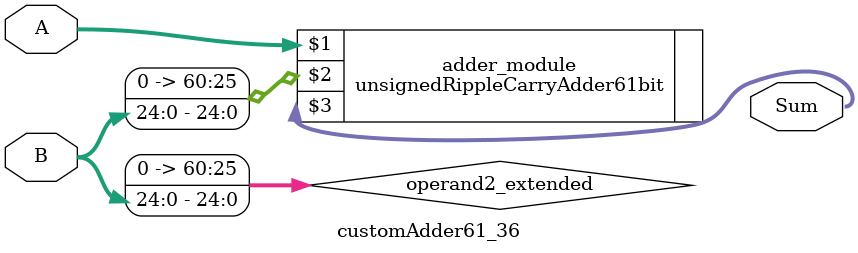
<source format=v>
module customAdder61_36(
                        input [60 : 0] A,
                        input [24 : 0] B,
                        
                        output [61 : 0] Sum
                );

        wire [60 : 0] operand2_extended;
        
        assign operand2_extended =  {36'b0, B};
        
        unsignedRippleCarryAdder61bit adder_module(
            A,
            operand2_extended,
            Sum
        );
        
        endmodule
        
</source>
